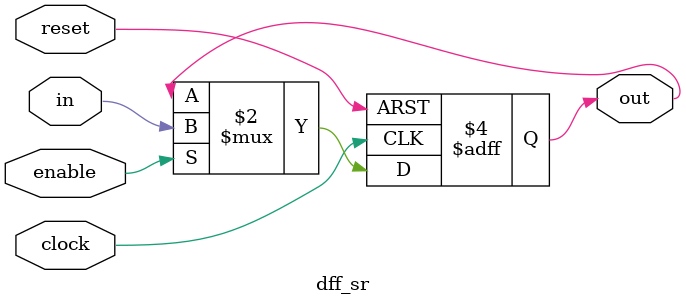
<source format=v>
module dff_sr(in, enable, clock, reset, out);
	input in, enable, clock, reset;
	output out;
	reg out;
	always @ (posedge clock or posedge reset) begin
		if (reset) begin
			out <= 1'b0;
		end 
		else if (enable) begin
			out <= in;
		end	
	end
endmodule
</source>
